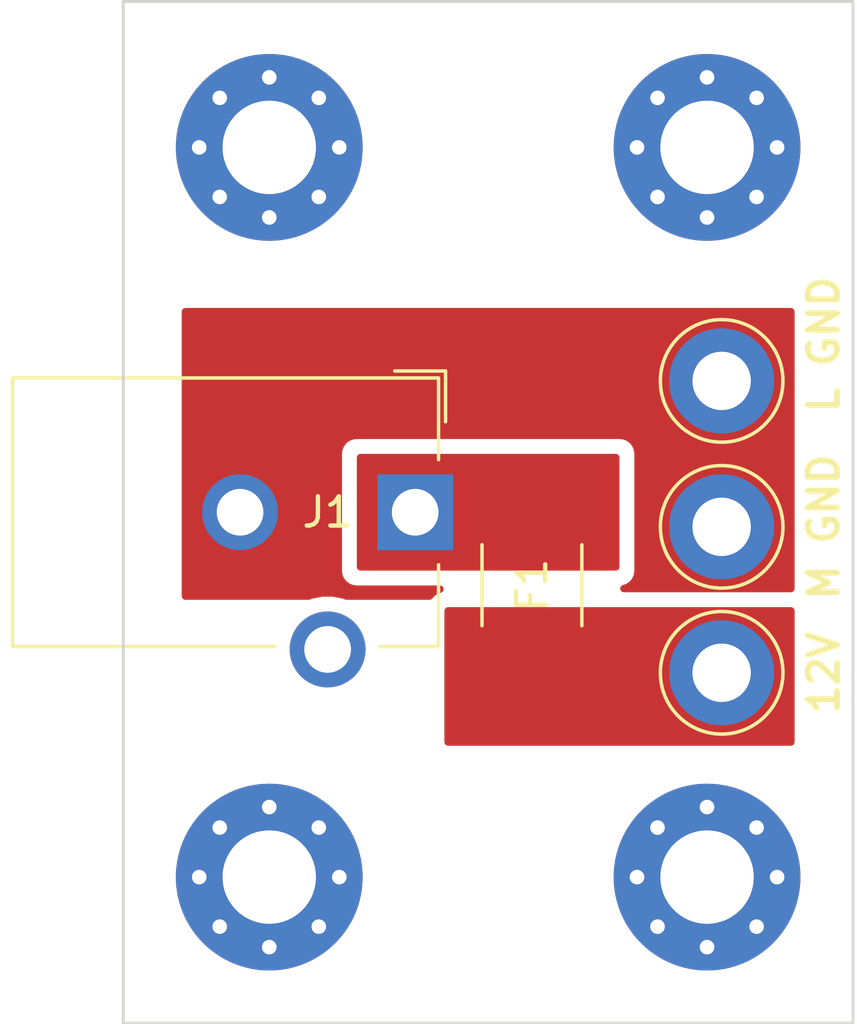
<source format=kicad_pcb>
(kicad_pcb (version 20171130) (host pcbnew "(5.1.6-0-10_14)")

  (general
    (thickness 1.6)
    (drawings 7)
    (tracks 0)
    (zones 0)
    (modules 9)
    (nets 4)
  )

  (page A4)
  (layers
    (0 F.Cu signal)
    (31 B.Cu signal)
    (32 B.Adhes user)
    (33 F.Adhes user)
    (34 B.Paste user)
    (35 F.Paste user)
    (36 B.SilkS user)
    (37 F.SilkS user)
    (38 B.Mask user)
    (39 F.Mask user)
    (40 Dwgs.User user)
    (41 Cmts.User user)
    (42 Eco1.User user)
    (43 Eco2.User user)
    (44 Edge.Cuts user)
    (45 Margin user)
    (46 B.CrtYd user)
    (47 F.CrtYd user)
    (48 B.Fab user)
    (49 F.Fab user)
  )

  (setup
    (last_trace_width 0.25)
    (trace_clearance 0.2)
    (zone_clearance 0.508)
    (zone_45_only no)
    (trace_min 0.2)
    (via_size 0.8)
    (via_drill 0.4)
    (via_min_size 0.4)
    (via_min_drill 0.3)
    (uvia_size 0.3)
    (uvia_drill 0.1)
    (uvias_allowed no)
    (uvia_min_size 0.2)
    (uvia_min_drill 0.1)
    (edge_width 0.05)
    (segment_width 0.2)
    (pcb_text_width 0.3)
    (pcb_text_size 1.5 1.5)
    (mod_edge_width 0.12)
    (mod_text_size 1 1)
    (mod_text_width 0.15)
    (pad_size 1.524 1.524)
    (pad_drill 0.762)
    (pad_to_mask_clearance 0.05)
    (solder_mask_min_width 0.25)
    (aux_axis_origin 0 0)
    (visible_elements FFFFFF7F)
    (pcbplotparams
      (layerselection 0x010fc_ffffffff)
      (usegerberextensions false)
      (usegerberattributes true)
      (usegerberadvancedattributes true)
      (creategerberjobfile true)
      (excludeedgelayer true)
      (linewidth 0.100000)
      (plotframeref false)
      (viasonmask false)
      (mode 1)
      (useauxorigin false)
      (hpglpennumber 1)
      (hpglpenspeed 20)
      (hpglpendiameter 15.000000)
      (psnegative false)
      (psa4output false)
      (plotreference true)
      (plotvalue true)
      (plotinvisibletext false)
      (padsonsilk false)
      (subtractmaskfromsilk false)
      (outputformat 1)
      (mirror false)
      (drillshape 1)
      (scaleselection 1)
      (outputdirectory ""))
  )

  (net 0 "")
  (net 1 "Net-(F1-Pad2)")
  (net 2 "Net-(F1-Pad1)")
  (net 3 "Net-(J1-Pad2)")

  (net_class Default "This is the default net class."
    (clearance 0.2)
    (trace_width 0.25)
    (via_dia 0.8)
    (via_drill 0.4)
    (uvia_dia 0.3)
    (uvia_drill 0.1)
    (add_net "Net-(F1-Pad1)")
    (add_net "Net-(F1-Pad2)")
    (add_net "Net-(J1-Pad2)")
  )

  (module TestPoint:TestPoint_Loop_D3.80mm_Drill2.0mm (layer F.Cu) (tedit 5A0F774F) (tstamp 5F3BE2FA)
    (at 140.5 70.5 270)
    (descr "wire loop as test point, loop diameter 3.8mm, hole diameter 2.0mm")
    (tags "test point wire loop bead")
    (path /5F3D448C)
    (fp_text reference J4 (at 0 3 90) (layer F.SilkS) hide
      (effects (font (size 1 1) (thickness 0.15)))
    )
    (fp_text value Conn_01x01 (at 0 -2.8 90) (layer F.Fab)
      (effects (font (size 1 1) (thickness 0.15)))
    )
    (fp_circle (center 0 0) (end 2.1 0) (layer F.SilkS) (width 0.12))
    (fp_circle (center 0 0) (end 2.3 0) (layer F.CrtYd) (width 0.05))
    (fp_line (start 1.9 -0.3) (end -1.9 -0.3) (layer F.Fab) (width 0.12))
    (fp_line (start 1.9 0.3) (end 1.9 -0.3) (layer F.Fab) (width 0.12))
    (fp_line (start -1.9 0.3) (end 1.9 0.3) (layer F.Fab) (width 0.12))
    (fp_line (start -1.9 -0.3) (end -1.9 0.3) (layer F.Fab) (width 0.12))
    (fp_text user %R (at 0 3 90) (layer F.Fab)
      (effects (font (size 1 1) (thickness 0.15)))
    )
    (pad 1 thru_hole circle (at 0 0 270) (size 3.6 3.6) (drill 2) (layers *.Cu *.Mask)
      (net 3 "Net-(J1-Pad2)"))
    (model ${KISYS3DMOD}/TestPoint.3dshapes/TestPoint_Loop_D3.80mm_Drill2.0mm.wrl
      (at (xyz 0 0 0))
      (scale (xyz 1 1 1))
      (rotate (xyz 0 0 0))
    )
  )

  (module TestPoint:TestPoint_Loop_D3.80mm_Drill2.0mm (layer F.Cu) (tedit 5A0F774F) (tstamp 5F3BE33B)
    (at 140.5 75.5 270)
    (descr "wire loop as test point, loop diameter 3.8mm, hole diameter 2.0mm")
    (tags "test point wire loop bead")
    (path /5F3D3FC4)
    (fp_text reference J3 (at 0 3 90) (layer F.SilkS) hide
      (effects (font (size 1 1) (thickness 0.15)))
    )
    (fp_text value Conn_01x01 (at 0 -2.8 90) (layer F.Fab)
      (effects (font (size 1 1) (thickness 0.15)))
    )
    (fp_circle (center 0 0) (end 2.1 0) (layer F.SilkS) (width 0.12))
    (fp_circle (center 0 0) (end 2.3 0) (layer F.CrtYd) (width 0.05))
    (fp_line (start 1.9 -0.3) (end -1.9 -0.3) (layer F.Fab) (width 0.12))
    (fp_line (start 1.9 0.3) (end 1.9 -0.3) (layer F.Fab) (width 0.12))
    (fp_line (start -1.9 0.3) (end 1.9 0.3) (layer F.Fab) (width 0.12))
    (fp_line (start -1.9 -0.3) (end -1.9 0.3) (layer F.Fab) (width 0.12))
    (fp_text user %R (at 0 3 90) (layer F.Fab)
      (effects (font (size 1 1) (thickness 0.15)))
    )
    (pad 1 thru_hole circle (at 0 0 270) (size 3.6 3.6) (drill 2) (layers *.Cu *.Mask)
      (net 3 "Net-(J1-Pad2)"))
    (model ${KISYS3DMOD}/TestPoint.3dshapes/TestPoint_Loop_D3.80mm_Drill2.0mm.wrl
      (at (xyz 0 0 0))
      (scale (xyz 1 1 1))
      (rotate (xyz 0 0 0))
    )
  )

  (module TestPoint:TestPoint_Loop_D3.80mm_Drill2.0mm (layer F.Cu) (tedit 5A0F774F) (tstamp 5F3BE2D9)
    (at 140.5 80.5 270)
    (descr "wire loop as test point, loop diameter 3.8mm, hole diameter 2.0mm")
    (tags "test point wire loop bead")
    (path /5F3CBE17)
    (fp_text reference J2 (at 0 3 90) (layer F.SilkS) hide
      (effects (font (size 1 1) (thickness 0.15)))
    )
    (fp_text value Conn_01x01 (at 0 -2.8 90) (layer F.Fab)
      (effects (font (size 1 1) (thickness 0.15)))
    )
    (fp_circle (center 0 0) (end 2.1 0) (layer F.SilkS) (width 0.12))
    (fp_circle (center 0 0) (end 2.3 0) (layer F.CrtYd) (width 0.05))
    (fp_line (start 1.9 -0.3) (end -1.9 -0.3) (layer F.Fab) (width 0.12))
    (fp_line (start 1.9 0.3) (end 1.9 -0.3) (layer F.Fab) (width 0.12))
    (fp_line (start -1.9 0.3) (end 1.9 0.3) (layer F.Fab) (width 0.12))
    (fp_line (start -1.9 -0.3) (end -1.9 0.3) (layer F.Fab) (width 0.12))
    (fp_text user %R (at 0 3 90) (layer F.Fab)
      (effects (font (size 1 1) (thickness 0.15)))
    )
    (pad 1 thru_hole circle (at 0 0 270) (size 3.6 3.6) (drill 2) (layers *.Cu *.Mask)
      (net 2 "Net-(F1-Pad1)"))
    (model ${KISYS3DMOD}/TestPoint.3dshapes/TestPoint_Loop_D3.80mm_Drill2.0mm.wrl
      (at (xyz 0 0 0))
      (scale (xyz 1 1 1))
      (rotate (xyz 0 0 0))
    )
  )

  (module MountingHole:MountingHole_3.2mm_M3_Pad_Via (layer F.Cu) (tedit 56DDBCCA) (tstamp 5F3BD0EE)
    (at 140 87.5)
    (descr "Mounting Hole 3.2mm, M3")
    (tags "mounting hole 3.2mm m3")
    (path /5F3D580A)
    (attr virtual)
    (fp_text reference H4 (at 0 -4.2) (layer F.SilkS) hide
      (effects (font (size 1 1) (thickness 0.15)))
    )
    (fp_text value MountingHole (at 0 4.2) (layer F.Fab)
      (effects (font (size 1 1) (thickness 0.15)))
    )
    (fp_circle (center 0 0) (end 3.45 0) (layer F.CrtYd) (width 0.05))
    (fp_circle (center 0 0) (end 3.2 0) (layer Cmts.User) (width 0.15))
    (fp_text user %R (at 0.3 0) (layer F.Fab)
      (effects (font (size 1 1) (thickness 0.15)))
    )
    (pad 1 thru_hole circle (at 1.697056 -1.697056) (size 0.8 0.8) (drill 0.5) (layers *.Cu *.Mask))
    (pad 1 thru_hole circle (at 0 -2.4) (size 0.8 0.8) (drill 0.5) (layers *.Cu *.Mask))
    (pad 1 thru_hole circle (at -1.697056 -1.697056) (size 0.8 0.8) (drill 0.5) (layers *.Cu *.Mask))
    (pad 1 thru_hole circle (at -2.4 0) (size 0.8 0.8) (drill 0.5) (layers *.Cu *.Mask))
    (pad 1 thru_hole circle (at -1.697056 1.697056) (size 0.8 0.8) (drill 0.5) (layers *.Cu *.Mask))
    (pad 1 thru_hole circle (at 0 2.4) (size 0.8 0.8) (drill 0.5) (layers *.Cu *.Mask))
    (pad 1 thru_hole circle (at 1.697056 1.697056) (size 0.8 0.8) (drill 0.5) (layers *.Cu *.Mask))
    (pad 1 thru_hole circle (at 2.4 0) (size 0.8 0.8) (drill 0.5) (layers *.Cu *.Mask))
    (pad 1 thru_hole circle (at 0 0) (size 6.4 6.4) (drill 3.2) (layers *.Cu *.Mask))
  )

  (module MountingHole:MountingHole_3.2mm_M3_Pad_Via (layer F.Cu) (tedit 56DDBCCA) (tstamp 5F3BD0DE)
    (at 140 62.5)
    (descr "Mounting Hole 3.2mm, M3")
    (tags "mounting hole 3.2mm m3")
    (path /5F3D5391)
    (attr virtual)
    (fp_text reference H3 (at 0 -4.2) (layer F.SilkS) hide
      (effects (font (size 1 1) (thickness 0.15)))
    )
    (fp_text value MountingHole (at 0 4.2) (layer F.Fab)
      (effects (font (size 1 1) (thickness 0.15)))
    )
    (fp_circle (center 0 0) (end 3.45 0) (layer F.CrtYd) (width 0.05))
    (fp_circle (center 0 0) (end 3.2 0) (layer Cmts.User) (width 0.15))
    (fp_text user %R (at 0.3 0) (layer F.Fab)
      (effects (font (size 1 1) (thickness 0.15)))
    )
    (pad 1 thru_hole circle (at 1.697056 -1.697056) (size 0.8 0.8) (drill 0.5) (layers *.Cu *.Mask))
    (pad 1 thru_hole circle (at 0 -2.4) (size 0.8 0.8) (drill 0.5) (layers *.Cu *.Mask))
    (pad 1 thru_hole circle (at -1.697056 -1.697056) (size 0.8 0.8) (drill 0.5) (layers *.Cu *.Mask))
    (pad 1 thru_hole circle (at -2.4 0) (size 0.8 0.8) (drill 0.5) (layers *.Cu *.Mask))
    (pad 1 thru_hole circle (at -1.697056 1.697056) (size 0.8 0.8) (drill 0.5) (layers *.Cu *.Mask))
    (pad 1 thru_hole circle (at 0 2.4) (size 0.8 0.8) (drill 0.5) (layers *.Cu *.Mask))
    (pad 1 thru_hole circle (at 1.697056 1.697056) (size 0.8 0.8) (drill 0.5) (layers *.Cu *.Mask))
    (pad 1 thru_hole circle (at 2.4 0) (size 0.8 0.8) (drill 0.5) (layers *.Cu *.Mask))
    (pad 1 thru_hole circle (at 0 0) (size 6.4 6.4) (drill 3.2) (layers *.Cu *.Mask))
  )

  (module MountingHole:MountingHole_3.2mm_M3_Pad_Via (layer F.Cu) (tedit 56DDBCCA) (tstamp 5F3BD0CE)
    (at 125 62.5)
    (descr "Mounting Hole 3.2mm, M3")
    (tags "mounting hole 3.2mm m3")
    (path /5F3D4DF7)
    (attr virtual)
    (fp_text reference H2 (at 0 -4.2) (layer F.SilkS) hide
      (effects (font (size 1 1) (thickness 0.15)))
    )
    (fp_text value MountingHole (at 0 4.2) (layer F.Fab)
      (effects (font (size 1 1) (thickness 0.15)))
    )
    (fp_circle (center 0 0) (end 3.45 0) (layer F.CrtYd) (width 0.05))
    (fp_circle (center 0 0) (end 3.2 0) (layer Cmts.User) (width 0.15))
    (fp_text user %R (at 0.3 0) (layer F.Fab)
      (effects (font (size 1 1) (thickness 0.15)))
    )
    (pad 1 thru_hole circle (at 1.697056 -1.697056) (size 0.8 0.8) (drill 0.5) (layers *.Cu *.Mask))
    (pad 1 thru_hole circle (at 0 -2.4) (size 0.8 0.8) (drill 0.5) (layers *.Cu *.Mask))
    (pad 1 thru_hole circle (at -1.697056 -1.697056) (size 0.8 0.8) (drill 0.5) (layers *.Cu *.Mask))
    (pad 1 thru_hole circle (at -2.4 0) (size 0.8 0.8) (drill 0.5) (layers *.Cu *.Mask))
    (pad 1 thru_hole circle (at -1.697056 1.697056) (size 0.8 0.8) (drill 0.5) (layers *.Cu *.Mask))
    (pad 1 thru_hole circle (at 0 2.4) (size 0.8 0.8) (drill 0.5) (layers *.Cu *.Mask))
    (pad 1 thru_hole circle (at 1.697056 1.697056) (size 0.8 0.8) (drill 0.5) (layers *.Cu *.Mask))
    (pad 1 thru_hole circle (at 2.4 0) (size 0.8 0.8) (drill 0.5) (layers *.Cu *.Mask))
    (pad 1 thru_hole circle (at 0 0) (size 6.4 6.4) (drill 3.2) (layers *.Cu *.Mask))
  )

  (module MountingHole:MountingHole_3.2mm_M3_Pad_Via (layer F.Cu) (tedit 56DDBCCA) (tstamp 5F3BD0BE)
    (at 125 87.5)
    (descr "Mounting Hole 3.2mm, M3")
    (tags "mounting hole 3.2mm m3")
    (path /5F3C405E)
    (attr virtual)
    (fp_text reference H1 (at 0 -4.2) (layer F.SilkS) hide
      (effects (font (size 1 1) (thickness 0.15)))
    )
    (fp_text value MountingHole (at 0 4.2) (layer F.Fab)
      (effects (font (size 1 1) (thickness 0.15)))
    )
    (fp_circle (center 0 0) (end 3.45 0) (layer F.CrtYd) (width 0.05))
    (fp_circle (center 0 0) (end 3.2 0) (layer Cmts.User) (width 0.15))
    (fp_text user %R (at 0.3 0) (layer F.Fab)
      (effects (font (size 1 1) (thickness 0.15)))
    )
    (pad 1 thru_hole circle (at 1.697056 -1.697056) (size 0.8 0.8) (drill 0.5) (layers *.Cu *.Mask))
    (pad 1 thru_hole circle (at 0 -2.4) (size 0.8 0.8) (drill 0.5) (layers *.Cu *.Mask))
    (pad 1 thru_hole circle (at -1.697056 -1.697056) (size 0.8 0.8) (drill 0.5) (layers *.Cu *.Mask))
    (pad 1 thru_hole circle (at -2.4 0) (size 0.8 0.8) (drill 0.5) (layers *.Cu *.Mask))
    (pad 1 thru_hole circle (at -1.697056 1.697056) (size 0.8 0.8) (drill 0.5) (layers *.Cu *.Mask))
    (pad 1 thru_hole circle (at 0 2.4) (size 0.8 0.8) (drill 0.5) (layers *.Cu *.Mask))
    (pad 1 thru_hole circle (at 1.697056 1.697056) (size 0.8 0.8) (drill 0.5) (layers *.Cu *.Mask))
    (pad 1 thru_hole circle (at 2.4 0) (size 0.8 0.8) (drill 0.5) (layers *.Cu *.Mask))
    (pad 1 thru_hole circle (at 0 0) (size 6.4 6.4) (drill 3.2) (layers *.Cu *.Mask))
  )

  (module Connector_BarrelJack:BarrelJack_CUI_PJ-102AH_Horizontal (layer F.Cu) (tedit 5A1DBF38) (tstamp 5F3BD515)
    (at 130 75 270)
    (descr "Thin-pin DC Barrel Jack, https://cdn-shop.adafruit.com/datasheets/21mmdcjackDatasheet.pdf")
    (tags "Power Jack")
    (path /5F3B8CD9)
    (fp_text reference J1 (at 0 3) (layer F.SilkS)
      (effects (font (size 1 1) (thickness 0.15)))
    )
    (fp_text value Jack-DC (at -5.5 6.2) (layer F.Fab)
      (effects (font (size 1 1) (thickness 0.15)))
    )
    (fp_line (start 1.8 -1.8) (end 1.8 -1.2) (layer F.CrtYd) (width 0.05))
    (fp_line (start 1.8 -1.2) (end 5 -1.2) (layer F.CrtYd) (width 0.05))
    (fp_line (start 5 -1.2) (end 5 1.2) (layer F.CrtYd) (width 0.05))
    (fp_line (start 5 1.2) (end 6.5 1.2) (layer F.CrtYd) (width 0.05))
    (fp_line (start 6.5 1.2) (end 6.5 4.8) (layer F.CrtYd) (width 0.05))
    (fp_line (start 6.5 4.8) (end 5 4.8) (layer F.CrtYd) (width 0.05))
    (fp_line (start 5 4.8) (end 5 14.2) (layer F.CrtYd) (width 0.05))
    (fp_line (start 5 14.2) (end -5 14.2) (layer F.CrtYd) (width 0.05))
    (fp_line (start -5 14.2) (end -5 -1.2) (layer F.CrtYd) (width 0.05))
    (fp_line (start -5 -1.2) (end -1.8 -1.2) (layer F.CrtYd) (width 0.05))
    (fp_line (start -1.8 -1.2) (end -1.8 -1.8) (layer F.CrtYd) (width 0.05))
    (fp_line (start -1.8 -1.8) (end 1.8 -1.8) (layer F.CrtYd) (width 0.05))
    (fp_line (start 4.6 4.8) (end 4.6 13.8) (layer F.SilkS) (width 0.12))
    (fp_line (start 4.6 13.8) (end -4.6 13.8) (layer F.SilkS) (width 0.12))
    (fp_line (start -4.6 13.8) (end -4.6 -0.8) (layer F.SilkS) (width 0.12))
    (fp_line (start -4.6 -0.8) (end -1.8 -0.8) (layer F.SilkS) (width 0.12))
    (fp_line (start 1.8 -0.8) (end 4.6 -0.8) (layer F.SilkS) (width 0.12))
    (fp_line (start 4.6 -0.8) (end 4.6 1.2) (layer F.SilkS) (width 0.12))
    (fp_line (start -4.84 0.7) (end -4.84 -1.04) (layer F.SilkS) (width 0.12))
    (fp_line (start -4.84 -1.04) (end -3.1 -1.04) (layer F.SilkS) (width 0.12))
    (fp_line (start 4.5 -0.7) (end 4.5 13.7) (layer F.Fab) (width 0.1))
    (fp_line (start 4.5 13.7) (end -4.5 13.7) (layer F.Fab) (width 0.1))
    (fp_line (start -4.5 13.7) (end -4.5 0.3) (layer F.Fab) (width 0.1))
    (fp_line (start -4.5 0.3) (end -3.5 -0.7) (layer F.Fab) (width 0.1))
    (fp_line (start -3.5 -0.7) (end 4.5 -0.7) (layer F.Fab) (width 0.1))
    (fp_line (start -4.5 10.2) (end 4.5 10.2) (layer F.Fab) (width 0.1))
    (fp_text user %R (at 0 6.5 90) (layer F.Fab)
      (effects (font (size 1 1) (thickness 0.15)))
    )
    (pad 3 thru_hole circle (at 4.7 3 270) (size 2.6 2.6) (drill 1.6) (layers *.Cu *.Mask))
    (pad 2 thru_hole circle (at 0 6 270) (size 2.6 2.6) (drill 1.6) (layers *.Cu *.Mask)
      (net 3 "Net-(J1-Pad2)"))
    (pad 1 thru_hole rect (at 0 0 270) (size 2.6 2.6) (drill 1.6) (layers *.Cu *.Mask)
      (net 1 "Net-(F1-Pad2)"))
    (model ${KISYS3DMOD}/Connector_BarrelJack.3dshapes/BarrelJack_CUI_PJ-102AH_Horizontal.wrl
      (at (xyz 0 0 0))
      (scale (xyz 1 1 1))
      (rotate (xyz 0 0 0))
    )
  )

  (module Resistor_SMD:R_1812_4532Metric (layer F.Cu) (tedit 5B301BBD) (tstamp 5F3BDBFB)
    (at 134 77.5 90)
    (descr "Resistor SMD 1812 (4532 Metric), square (rectangular) end terminal, IPC_7351 nominal, (Body size source: https://www.nikhef.nl/pub/departments/mt/projects/detectorR_D/dtddice/ERJ2G.pdf), generated with kicad-footprint-generator")
    (tags resistor)
    (path /5F3B9FA1)
    (attr smd)
    (fp_text reference F1 (at 0 0 90) (layer F.SilkS)
      (effects (font (size 1 1) (thickness 0.15)))
    )
    (fp_text value Polyfuse (at 0 2.65 90) (layer F.Fab)
      (effects (font (size 1 1) (thickness 0.15)))
    )
    (fp_line (start -2.25 1.6) (end -2.25 -1.6) (layer F.Fab) (width 0.1))
    (fp_line (start -2.25 -1.6) (end 2.25 -1.6) (layer F.Fab) (width 0.1))
    (fp_line (start 2.25 -1.6) (end 2.25 1.6) (layer F.Fab) (width 0.1))
    (fp_line (start 2.25 1.6) (end -2.25 1.6) (layer F.Fab) (width 0.1))
    (fp_line (start -1.386252 -1.71) (end 1.386252 -1.71) (layer F.SilkS) (width 0.12))
    (fp_line (start -1.386252 1.71) (end 1.386252 1.71) (layer F.SilkS) (width 0.12))
    (fp_line (start -2.95 1.95) (end -2.95 -1.95) (layer F.CrtYd) (width 0.05))
    (fp_line (start -2.95 -1.95) (end 2.95 -1.95) (layer F.CrtYd) (width 0.05))
    (fp_line (start 2.95 -1.95) (end 2.95 1.95) (layer F.CrtYd) (width 0.05))
    (fp_line (start 2.95 1.95) (end -2.95 1.95) (layer F.CrtYd) (width 0.05))
    (fp_text user %R (at 0 0 90) (layer F.Fab)
      (effects (font (size 1 1) (thickness 0.15)))
    )
    (pad 2 smd roundrect (at 2.1375 0 90) (size 1.125 3.4) (layers F.Cu F.Paste F.Mask) (roundrect_rratio 0.222222)
      (net 1 "Net-(F1-Pad2)"))
    (pad 1 smd roundrect (at -2.1375 0 90) (size 1.125 3.4) (layers F.Cu F.Paste F.Mask) (roundrect_rratio 0.222222)
      (net 2 "Net-(F1-Pad1)"))
    (model ${KISYS3DMOD}/Resistor_SMD.3dshapes/R_1812_4532Metric.wrl
      (at (xyz 0 0 0))
      (scale (xyz 1 1 1))
      (rotate (xyz 0 0 0))
    )
  )

  (gr_line (start 145 57.5) (end 145 92.5) (layer Edge.Cuts) (width 0.1))
  (gr_line (start 120 57.5) (end 145 57.5) (layer Edge.Cuts) (width 0.1))
  (gr_line (start 120 92.5) (end 120 57.5) (layer Edge.Cuts) (width 0.1))
  (gr_line (start 145 92.5) (end 120 92.5) (layer Edge.Cuts) (width 0.1))
  (gr_text 12V (at 144 80.5 90) (layer F.SilkS) (tstamp 5F3BE314)
    (effects (font (size 1 1) (thickness 0.2)))
  )
  (gr_text "M GND" (at 144 75.5 90) (layer F.SilkS) (tstamp 5F3BE311)
    (effects (font (size 1 1) (thickness 0.2)))
  )
  (gr_text "L GND" (at 144 69.25 90) (layer F.SilkS) (tstamp 5F3BE317)
    (effects (font (size 1 1) (thickness 0.2)))
  )

  (zone (net 1) (net_name "Net-(F1-Pad2)") (layer F.Cu) (tstamp 0) (hatch edge 0.508)
    (priority 2)
    (connect_pads yes (clearance 0.508))
    (min_thickness 0.254)
    (fill yes (arc_segments 32) (thermal_gap 0.508) (thermal_bridge_width 0.508))
    (polygon
      (pts
        (xy 137 77) (xy 128 77) (xy 128 73) (xy 137 73)
      )
    )
    (filled_polygon
      (pts
        (xy 136.873 76.873) (xy 128.127 76.873) (xy 128.127 73.127) (xy 136.873 73.127)
      )
    )
  )
  (zone (net 2) (net_name "Net-(F1-Pad1)") (layer F.Cu) (tstamp 0) (hatch edge 0.508)
    (priority 1)
    (connect_pads yes (clearance 0.508))
    (min_thickness 0.254)
    (fill yes (arc_segments 32) (thermal_gap 0.508) (thermal_bridge_width 0.508))
    (polygon
      (pts
        (xy 143 83) (xy 131 83) (xy 131 78.25) (xy 143 78.25)
      )
    )
    (filled_polygon
      (pts
        (xy 142.873 82.873) (xy 131.127 82.873) (xy 131.127 78.377) (xy 142.873 78.377)
      )
    )
  )
  (zone (net 3) (net_name "Net-(J1-Pad2)") (layer F.Cu) (tstamp 0) (hatch edge 0.508)
    (connect_pads yes (clearance 0.508))
    (min_thickness 0.254)
    (fill yes (arc_segments 32) (thermal_gap 0.508) (thermal_bridge_width 0.508))
    (polygon
      (pts
        (xy 143 78) (xy 122 78) (xy 122 68) (xy 143 68)
      )
    )
    (filled_polygon
      (pts
        (xy 142.873 77.615) (xy 137.149592 77.615) (xy 137.243004 77.586664) (xy 137.352787 77.527983) (xy 137.449013 77.449013)
        (xy 137.527983 77.352787) (xy 137.586664 77.243004) (xy 137.622799 77.123882) (xy 137.635 77) (xy 137.635 73)
        (xy 137.622799 72.876118) (xy 137.586664 72.756996) (xy 137.527983 72.647213) (xy 137.449013 72.550987) (xy 137.352787 72.472017)
        (xy 137.243004 72.413336) (xy 137.123882 72.377201) (xy 137 72.365) (xy 128 72.365) (xy 127.876118 72.377201)
        (xy 127.756996 72.413336) (xy 127.647213 72.472017) (xy 127.550987 72.550987) (xy 127.472017 72.647213) (xy 127.413336 72.756996)
        (xy 127.377201 72.876118) (xy 127.365 73) (xy 127.365 77) (xy 127.377201 77.123882) (xy 127.413336 77.243004)
        (xy 127.472017 77.352787) (xy 127.550987 77.449013) (xy 127.647213 77.527983) (xy 127.756996 77.586664) (xy 127.876118 77.622799)
        (xy 128 77.635) (xy 130.850408 77.635) (xy 130.756996 77.663336) (xy 130.647213 77.722017) (xy 130.550987 77.800987)
        (xy 130.491888 77.873) (xy 127.645631 77.873) (xy 127.564419 77.839361) (xy 127.190581 77.765) (xy 126.809419 77.765)
        (xy 126.435581 77.839361) (xy 126.354369 77.873) (xy 122.127 77.873) (xy 122.127 68.127) (xy 142.873 68.127)
      )
    )
  )
)

</source>
